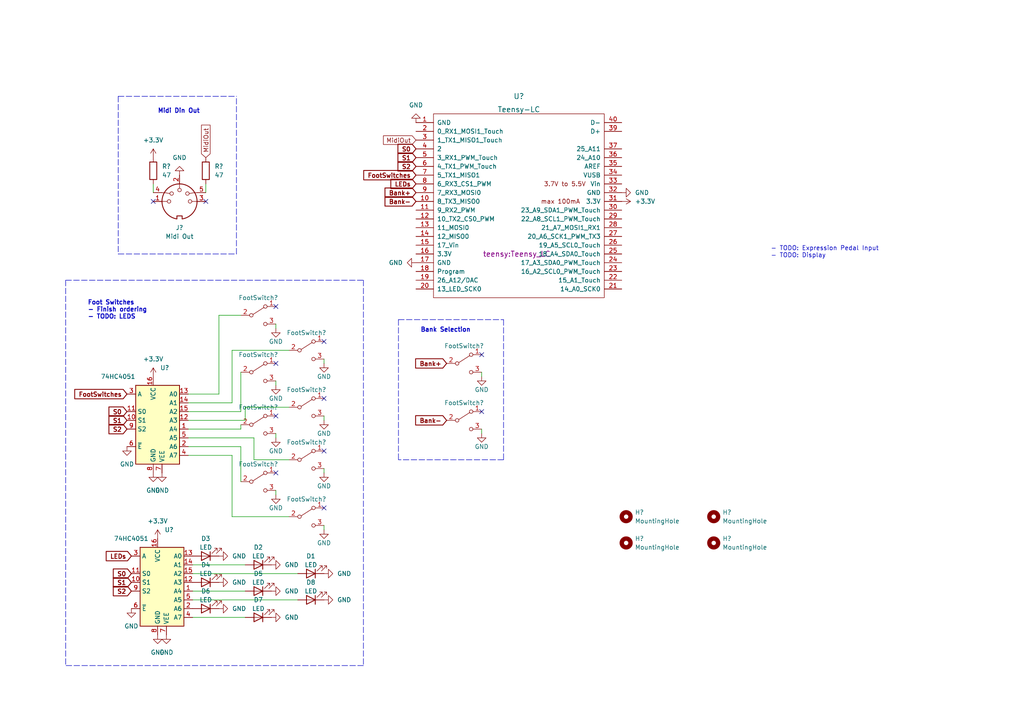
<source format=kicad_sch>
(kicad_sch (version 20211123) (generator eeschema)
  (paper "A4")
  (lib_symbols
    (symbol "74xx:74HC4051"
      (property "Reference" "U" (at -5.08 11.43 0))
      (property "Value" "74HC4051" (at -7.62 -13.97 0))
      (symbol "74HC4051_0_1"
        (rectangle (start -5.08 10.16) (end 7.62 -12.7) (stroke (width 0.254)) (fill (type background)))
      )
      (symbol "74HC4051_1_1"
        (pin passive line (at 10.16 -2.54 180) (length 2.54) (name "A4") (number "1"))
        (pin input line (at -7.62 0 0) (length 2.54) (name "S1") (number "10"))
        (pin input line (at -7.62 2.54 0) (length 2.54) (name "S0") (number "11"))
        (pin passive line (at 10.16 0 180) (length 2.54) (name "A3") (number "12"))
        (pin passive line (at 10.16 7.62 180) (length 2.54) (name "A0") (number "13"))
        (pin passive line (at 10.16 5.08 180) (length 2.54) (name "A1") (number "14"))
        (pin passive line (at 10.16 2.54 180) (length 2.54) (name "A2") (number "15"))
        (pin power_in line (at 0 12.7 270) (length 2.54) (name "VCC") (number "16"))
        (pin passive line (at 10.16 -7.62 180) (length 2.54) (name "A6") (number "2"))
        (pin passive line (at -7.62 7.62 0) (length 2.54) (name "A") (number "3"))
        (pin passive line (at 10.16 -10.16 180) (length 2.54) (name "A7") (number "4"))
        (pin passive line (at 10.16 -5.08 180) (length 2.54) (name "A5") (number "5"))
        (pin input line (at -7.62 -7.62 0) (length 2.54) (name "~{E}") (number "6"))
        (pin power_in line (at 2.54 -15.24 90) (length 2.54) (name "VEE") (number "7"))
        (pin power_in line (at 0 -15.24 90) (length 2.54) (name "GND") (number "8"))
        (pin input line (at -7.62 -2.54 0) (length 2.54) (name "S2") (number "9"))
      )
    )
    (symbol "Connector:DIN-5_180degree" (pin_names (offset 1.016))
      (property "Reference" "J" (at 3.175 5.715 0))
      (property "Value" "DIN-5_180degree" (at 0 -6.35 0))
      (symbol "DIN-5_180degree_0_1"
        (arc (start -5.08 0) (mid -3.8609 -3.3364) (end -0.762 -5.08) (stroke (width 0.254)))
        (circle (center -3.048 0) (radius 0.508))
        (circle (center -2.286 2.286) (radius 0.508))
        (polyline (pts (xy -5.08 0) (xy -3.556 0)))
        (polyline (pts (xy 0 5.08) (xy 0 3.81)))
        (polyline (pts (xy 5.08 0) (xy 3.556 0)))
        (polyline (pts (xy -5.08 2.54) (xy -4.318 2.54) (xy -2.794 2.286)))
        (polyline (pts (xy 5.08 2.54) (xy 4.318 2.54) (xy 2.794 2.286)))
        (polyline (pts (xy -0.762 -4.953) (xy -0.762 -4.191) (xy 0.762 -4.191) (xy 0.762 -4.953)) (stroke (width 0.254)))
        (circle (center 0 3.302) (radius 0.508))
        (arc (start 0.762 -5.08) (mid 3.8685 -3.343) (end 5.08 0) (stroke (width 0.254)))
        (circle (center 2.286 2.286) (radius 0.508))
        (circle (center 3.048 0) (radius 0.508))
        (arc (start 5.08 0) (mid 0 5.08) (end -5.08 0) (stroke (width 0.254)))
      )
      (symbol "DIN-5_180degree_1_1"
        (pin passive line (at -7.62 0 0) (length 2.54) (name "~") (number "1"))
        (pin passive line (at 0 7.62 270) (length 2.54) (name "~") (number "2"))
        (pin passive line (at 7.62 0 180) (length 2.54) (name "~") (number "3"))
        (pin passive line (at -7.62 2.54 0) (length 2.54) (name "~") (number "4"))
        (pin passive line (at 7.62 2.54 180) (length 2.54) (name "~") (number "5"))
      )
    )
    (symbol "Device:LED" (pin_numbers hide) (pin_names (offset 1.016) hide)
      (property "Reference" "D" (at 0 2.54 0))
      (property "Value" "LED" (at 0 -2.54 0))
      (symbol "LED_0_1"
        (polyline (pts (xy -1.27 -1.27) (xy -1.27 1.27)) (stroke (width 0.254)))
        (polyline (pts (xy -1.27 0) (xy 1.27 0)))
        (polyline (pts (xy 1.27 -1.27) (xy 1.27 1.27) (xy -1.27 0) (xy 1.27 -1.27)) (stroke (width 0.254)))
        (polyline (pts (xy -3.048 -0.762) (xy -4.572 -2.286) (xy -3.81 -2.286) (xy -4.572 -2.286) (xy -4.572 -1.524)))
        (polyline (pts (xy -1.778 -0.762) (xy -3.302 -2.286) (xy -2.54 -2.286) (xy -3.302 -2.286) (xy -3.302 -1.524)))
      )
      (symbol "LED_1_1"
        (pin passive line (at -3.81 0 0) (length 2.54) (name "K") (number "1"))
        (pin passive line (at 3.81 0 180) (length 2.54) (name "A") (number "2"))
      )
    )
    (symbol "Device:R" (pin_numbers hide) (pin_names (offset 0))
      (property "Reference" "R" (at 2.032 0 90))
      (property "Value" "R" (at 0 0 90))
      (symbol "R_0_1"
        (rectangle (start -1.016 -2.54) (end 1.016 2.54) (stroke (width 0.254)))
      )
      (symbol "R_1_1"
        (pin passive line (at 0 3.81 270) (length 1.27) (name "~") (number "1"))
        (pin passive line (at 0 -3.81 90) (length 1.27) (name "~") (number "2"))
      )
    )
    (symbol "Mechanical:MountingHole" (pin_names (offset 1.016))
      (property "Reference" "H" (at 0 5.08 0))
      (property "Value" "MountingHole" (at 0 3.175 0))
      (symbol "MountingHole_0_1"
        (circle (center 0 0) (radius 1.27) (stroke (width 1.27)))
      )
    )
    (symbol "Switch:SW_SPDT" (pin_names (offset 0) hide)
      (property "Reference" "SW" (at 0 4.318 0))
      (property "Value" "SW_SPDT" (at 0 -5.08 0))
      (symbol "SW_SPDT_0_0"
        (circle (center -2.032 0) (radius 0.508))
        (circle (center 2.032 -2.54) (radius 0.508))
      )
      (symbol "SW_SPDT_0_1"
        (polyline (pts (xy -1.524 0.254) (xy 1.651 2.286)))
        (circle (center 2.032 2.54) (radius 0.508))
      )
      (symbol "SW_SPDT_1_1"
        (pin passive line (at 5.08 2.54 180) (length 2.54) (name "A") (number "1"))
        (pin passive line (at -5.08 0 0) (length 2.54) (name "B") (number "2"))
        (pin passive line (at 5.08 -2.54 180) (length 2.54) (name "C") (number "3"))
      )
    )
    (symbol "power:+3.3V" (power) (pin_names (offset 0))
      (property "Value" "+3.3V" (at 0 3.556 0))
      (symbol "+3.3V_0_1"
        (polyline (pts (xy -0.762 1.27) (xy 0 2.54)))
        (polyline (pts (xy 0 0) (xy 0 2.54)))
        (polyline (pts (xy 0 2.54) (xy 0.762 1.27)))
      )
      (symbol "+3.3V_1_1"
        (pin power_in line (at 0 0 90) (length 0) hide (name "+3.3V") (number "1"))
      )
    )
    (symbol "power:GND" (power) (pin_names (offset 0))
      (property "Value" "GND" (at 0 -3.81 0))
      (symbol "GND_0_1"
        (polyline (pts (xy 0 0) (xy 0 -1.27) (xy 1.27 -1.27) (xy 0 -2.54) (xy -1.27 -1.27) (xy 0 -1.27)))
      )
      (symbol "GND_1_1"
        (pin power_in line (at 0 0 270) (length 0) hide (name "GND") (number "1"))
      )
    )
    (symbol "teensy:Teensy-LC" (pin_names (offset 1.016))
      (property "Reference" "U" (at 0 29.21 0))
      (property "Value" "Teensy-LC" (at 0 -29.21 0))
      (symbol "Teensy-LC_0_0"
        (text "3.7V to 5.5V" (at 13.97 6.35 0) (effects (font (size 1.27 1.27))))
        (text "max 100mA" (at 12.7 1.27 0) (effects (font (size 1.27 1.27))))
      )
      (symbol "Teensy-LC_0_1"
        (rectangle (start -24.13 26.67) (end 25.4 -26.67))
      )
      (symbol "Teensy-LC_1_1"
        (pin power_in line (at -29.21 24.13 0) (length 5.08) (name "GND") (number "1"))
        (pin bidirectional line (at -29.21 1.27 0) (length 5.08) (name "8_TX3_MISO0") (number "10"))
        (pin bidirectional line (at -29.21 -1.27 0) (length 5.08) (name "9_RX2_PWM") (number "11"))
        (pin bidirectional line (at -29.21 -3.81 0) (length 5.08) (name "10_TX2_CS0_PWM") (number "12"))
        (pin bidirectional line (at -29.21 -6.35 0) (length 5.08) (name "11_MOSI0") (number "13"))
        (pin bidirectional line (at -29.21 -8.89 0) (length 5.08) (name "12_MISO0") (number "14"))
        (pin output line (at -29.21 -11.43 0) (length 5.08) (name "17_Vin") (number "15"))
        (pin power_in line (at -29.21 -13.97 0) (length 5.08) (name "3.3V") (number "16"))
        (pin power_in line (at -29.21 -16.51 0) (length 5.08) (name "GND") (number "17"))
        (pin input line (at -29.21 -19.05 0) (length 5.08) (name "Program") (number "18"))
        (pin bidirectional line (at -29.21 -21.59 0) (length 5.08) (name "26_A12/DAC") (number "19"))
        (pin bidirectional line (at -29.21 21.59 0) (length 5.08) (name "0_RX1_MOSI1_Touch") (number "2"))
        (pin bidirectional line (at -29.21 -24.13 0) (length 5.08) (name "13_LED_SCK0") (number "20"))
        (pin bidirectional line (at 30.48 -24.13 180) (length 5.08) (name "14_A0_SCK0") (number "21"))
        (pin bidirectional line (at 30.48 -21.59 180) (length 5.08) (name "15_A1_Touch") (number "22"))
        (pin bidirectional line (at 30.48 -19.05 180) (length 5.08) (name "16_A2_SCL0_PWM_Touch") (number "23"))
        (pin bidirectional line (at 30.48 -16.51 180) (length 5.08) (name "17_A3_SDA0_PWM_Touch") (number "24"))
        (pin bidirectional line (at 30.48 -13.97 180) (length 5.08) (name "18_A4_SDA0_Touch") (number "25"))
        (pin bidirectional line (at 30.48 -11.43 180) (length 5.08) (name "19_A5_SCL0_Touch") (number "26"))
        (pin bidirectional line (at 30.48 -8.89 180) (length 5.08) (name "20_A6_SCK1_PWM_TX3") (number "27"))
        (pin bidirectional line (at 30.48 -6.35 180) (length 5.08) (name "21_A7_MOSI1_RX1") (number "28"))
        (pin bidirectional line (at 30.48 -3.81 180) (length 5.08) (name "22_A8_SCL1_PWM_Touch") (number "29"))
        (pin bidirectional line (at -29.21 19.05 0) (length 5.08) (name "1_TX1_MISO1_Touch") (number "3"))
        (pin bidirectional line (at 30.48 -1.27 180) (length 5.08) (name "23_A9_SDA1_PWM_Touch") (number "30"))
        (pin power_out line (at 30.48 1.27 180) (length 5.08) (name "3.3V") (number "31"))
        (pin power_in line (at 30.48 3.81 180) (length 5.08) (name "GND") (number "32"))
        (pin power_in line (at 30.48 6.35 180) (length 5.08) (name "Vin") (number "33"))
        (pin power_in line (at 30.48 8.89 180) (length 5.08) (name "VUSB") (number "34"))
        (pin input line (at 30.48 11.43 180) (length 5.08) (name "AREF") (number "35"))
        (pin bidirectional line (at 30.48 13.97 180) (length 5.08) (name "24_A10") (number "36"))
        (pin bidirectional line (at 30.48 16.51 180) (length 5.08) (name "25_A11") (number "37"))
        (pin bidirectional line (at 30.48 21.59 180) (length 5.08) (name "D+") (number "39"))
        (pin bidirectional line (at -29.21 16.51 0) (length 5.08) (name "2") (number "4"))
        (pin bidirectional line (at 30.48 24.13 180) (length 5.08) (name "D-") (number "40"))
        (pin bidirectional line (at -29.21 13.97 0) (length 5.08) (name "3_RX1_PWM_Touch") (number "5"))
        (pin bidirectional line (at -29.21 11.43 0) (length 5.08) (name "4_TX1_PWM_Touch") (number "6"))
        (pin bidirectional line (at -29.21 8.89 0) (length 5.08) (name "5_TX1_MISO1") (number "7"))
        (pin bidirectional line (at -29.21 6.35 0) (length 5.08) (name "6_RX3_CS1_PWM") (number "8"))
        (pin bidirectional line (at -29.21 3.81 0) (length 5.08) (name "7_RX3_MOSI0") (number "9"))
      )
    )
  )
  (no_connect (at 93.98 130.81))
  (no_connect (at 93.98 115.57))
  (no_connect (at 80.01 137.16))
  (no_connect (at 93.98 99.06))
  (no_connect (at 80.01 88.9))
  (no_connect (at 80.01 120.65))
  (no_connect (at 80.01 105.41))
  (no_connect (at 139.7 102.87))
  (no_connect (at 44.45 58.42))
  (no_connect (at 139.7 119.38))
  (no_connect (at 59.69 58.42))
  (no_connect (at 93.98 147.32))
  (wire (pts (xy 69.85 129.54) (xy 69.85 139.7)))
  (wire (pts (xy 93.98 135.89) (xy 93.98 137.16)))
  (wire (pts (xy 54.61 132.08) (xy 67.31 132.08)))
  (wire (pts (xy 93.98 120.65) (xy 93.98 121.92)))
  (wire (pts (xy 93.98 152.4) (xy 93.98 153.67)))
  (wire (pts (xy 71.12 121.92) (xy 71.12 118.11)))
  (wire (pts (xy 55.88 171.45) (xy 71.12 171.45)))
  (wire (pts (xy 55.88 166.37) (xy 86.36 166.37)))
  (wire (pts (xy 69.85 124.46) (xy 69.85 123.19)))
  (polyline (pts (xy 34.29 73.66) (xy 68.58 73.66)))
  (wire (pts (xy 80.01 93.98) (xy 80.01 95.25)))
  (polyline (pts (xy 105.41 81.28) (xy 105.41 193.04)))
  (polyline (pts (xy 19.05 81.28) (xy 19.05 193.04)))
  (wire (pts (xy 139.7 107.95) (xy 139.7 109.22)))
  (polyline (pts (xy 146.05 92.71) (xy 146.05 133.35)))
  (polyline (pts (xy 105.41 193.04) (xy 19.05 193.04)))
  (wire (pts (xy 80.01 142.24) (xy 80.01 143.51)))
  (wire (pts (xy 71.12 118.11) (xy 83.82 118.11)))
  (wire (pts (xy 67.31 116.84) (xy 67.31 101.6)))
  (polyline (pts (xy 68.58 73.66) (xy 68.58 27.94)))
  (wire (pts (xy 67.31 149.86) (xy 83.82 149.86)))
  (wire (pts (xy 55.88 179.07) (xy 71.12 179.07)))
  (wire (pts (xy 54.61 121.92) (xy 71.12 121.92)))
  (wire (pts (xy 93.98 104.14) (xy 93.98 105.41)))
  (wire (pts (xy 54.61 114.3) (xy 63.5 114.3)))
  (wire (pts (xy 73.66 133.35) (xy 83.82 133.35)))
  (wire (pts (xy 54.61 124.46) (xy 69.85 124.46)))
  (polyline (pts (xy 34.29 27.94) (xy 34.29 73.66)))
  (wire (pts (xy 55.88 173.99) (xy 86.36 173.99)))
  (polyline (pts (xy 19.05 81.28) (xy 105.41 81.28)))
  (polyline (pts (xy 115.57 92.71) (xy 115.57 133.35)))
  (wire (pts (xy 54.61 127) (xy 73.66 127)))
  (polyline (pts (xy 34.29 27.94) (xy 68.58 27.94)))
  (wire (pts (xy 73.66 127) (xy 73.66 133.35)))
  (wire (pts (xy 59.69 53.34) (xy 59.69 55.88)))
  (wire (pts (xy 67.31 101.6) (xy 83.82 101.6)))
  (wire (pts (xy 139.7 124.46) (xy 139.7 125.73)))
  (wire (pts (xy 63.5 114.3) (xy 63.5 91.44)))
  (wire (pts (xy 67.31 132.08) (xy 67.31 149.86)))
  (wire (pts (xy 54.61 129.54) (xy 69.85 129.54)))
  (wire (pts (xy 69.85 119.38) (xy 69.85 107.95)))
  (wire (pts (xy 63.5 91.44) (xy 69.85 91.44)))
  (wire (pts (xy 80.01 125.73) (xy 80.01 127)))
  (polyline (pts (xy 115.57 92.71) (xy 146.05 92.71)))
  (polyline (pts (xy 146.05 133.35) (xy 115.57 133.35)))
  (wire (pts (xy 55.88 163.83) (xy 71.12 163.83)))
  (wire (pts (xy 54.61 116.84) (xy 67.31 116.84)))
  (wire (pts (xy 80.01 110.49) (xy 80.01 111.76)))
  (wire (pts (xy 44.45 53.34) (xy 44.45 55.88)))
  (wire (pts (xy 54.61 119.38) (xy 69.85 119.38)))
  (text "Foot Switches\n- Finish ordering\n- TODO: LEDS" (at 25.4 92.71 0) (effects (font (size 1.27 1.27) (thickness 0.254) bold) (justify left bottom)))
  (text "- TODO: Expression Pedal Input\n- TODO: Display" (at 223.52 74.93 0) (effects (font (size 1.27 1.27)) (justify left bottom)))
  (text "Bank Selection" (at 121.92 96.52 0) (effects (font (size 1.27 1.27) (thickness 0.254) bold) (justify left bottom)))
  (text "Midi Din Out" (at 45.72 33.02 0) (effects (font (size 1.27 1.27) (thickness 0.254) bold) (justify left bottom)))
  (global_label "S1" (shape input) (at 120.65 45.72 180) (effects (font bold)) (property "Intersheet References" "${INTERSHEET_REFS}" (effects hide)))
  (global_label "LEDs" (shape input) (at 120.65 53.34 180) (effects (font bold)) (property "Intersheet References" "${INTERSHEET_REFS}" (effects hide)))
  (global_label "S0" (shape input) (at 36.83 119.38 180) (effects (font bold)) (property "Intersheet References" "${INTERSHEET_REFS}" (effects hide)))
  (global_label "S2" (shape input) (at 38.1 171.45 180) (effects (font bold)) (property "Intersheet References" "${INTERSHEET_REFS}" (effects hide)))
  (global_label "FootSwitches" (shape input) (at 36.83 114.3 180) (effects (font bold)) (property "Intersheet References" "${INTERSHEET_REFS}" (effects hide)))
  (global_label "Bank+" (shape input) (at 129.54 105.41 180) (effects (font bold)) (property "Intersheet References" "${INTERSHEET_REFS}" (effects hide)))
  (global_label "S2" (shape input) (at 36.83 124.46 180) (effects (font bold)) (property "Intersheet References" "${INTERSHEET_REFS}" (effects hide)))
  (global_label "S0" (shape input) (at 120.65 43.18 180) (effects (font bold)) (property "Intersheet References" "${INTERSHEET_REFS}" (effects hide)))
  (global_label "S1" (shape input) (at 38.1 168.91 180) (effects (font bold)) (property "Intersheet References" "${INTERSHEET_REFS}" (effects hide)))
  (global_label "FootSwitches" (shape input) (at 120.65 50.8 180) (effects (font bold)) (property "Intersheet References" "${INTERSHEET_REFS}" (effects hide)))
  (global_label "S0" (shape input) (at 38.1 166.37 180) (effects (font bold)) (property "Intersheet References" "${INTERSHEET_REFS}" (effects hide)))
  (global_label "Bank-" (shape input) (at 129.54 121.92 180) (effects (font bold)) (property "Intersheet References" "${INTERSHEET_REFS}" (effects hide)))
  (global_label "MidiOut" (shape input) (at 120.65 40.64 180) (property "Intersheet References" "${INTERSHEET_REFS}" (effects hide)))
  (global_label "S1" (shape input) (at 36.83 121.92 180) (effects (font bold)) (property "Intersheet References" "${INTERSHEET_REFS}" (effects hide)))
  (global_label "LEDs" (shape input) (at 38.1 161.29 180) (effects (font bold)) (property "Intersheet References" "${INTERSHEET_REFS}" (effects hide)))
  (global_label "S2" (shape input) (at 120.65 48.26 180) (effects (font bold)) (property "Intersheet References" "${INTERSHEET_REFS}" (effects hide)))
  (global_label "Bank+" (shape input) (at 120.65 55.88 180) (effects (font bold)) (property "Intersheet References" "${INTERSHEET_REFS}" (effects hide)))
  (global_label "Bank-" (shape input) (at 120.65 58.42 180) (effects (font bold)) (property "Intersheet References" "${INTERSHEET_REFS}" (effects hide)))
  (global_label "MidiOut" (shape input) (at 59.69 45.72 90) (property "Intersheet References" "${INTERSHEET_REFS}" (effects hide)))
  (symbol (lib_id "power:GND") (at 36.83 129.54 0) (unit 1)
    (property "Reference" "#PWR?" (effects hide))
    (property "Value" "GND" (at 36.83 134.62 0))
  )
  (symbol (lib_id "power:GND") (at 78.74 163.83 90) (unit 1)
    (property "Reference" "#PWR?" (effects hide))
    (property "Value" "GND" (at 82.55 163.8299 90) (effects (justify right)))
  )
  (symbol (lib_id "power:GND") (at 93.98 173.99 90) (unit 1)
    (property "Reference" "#PWR?" (effects hide))
    (property "Value" "GND" (at 97.79 173.9899 90) (effects (justify right)))
  )
  (symbol (lib_id "74xx:74HC4051") (at 45.72 168.91 0) (unit 1)
    (property "Reference" "U?" (at 47.7394 153.67 0) (effects (justify left)))
    (property "Value" "74HC4051" (at 33.02 156.21 0) (effects (justify left)))
    (property "Datasheet" "http://www.ti.com/lit/ds/symlink/cd74hc4051.pdf" (effects hide))
  )
  (symbol (lib_id "Device:LED") (at 90.17 166.37 180) (unit 1)
    (property "Reference" "D1" (at 90.17 161.29 0))
    (property "Value" "LED" (at 90.17 163.83 0))
  )
  (symbol (lib_id "power:GND") (at 93.98 166.37 90) (unit 1)
    (property "Reference" "#PWR?" (effects hide))
    (property "Value" "GND" (at 97.79 166.3699 90) (effects (justify right)))
  )
  (symbol (lib_id "Device:LED") (at 74.93 179.07 180) (unit 1)
    (property "Reference" "D7" (at 74.93 173.99 0))
    (property "Value" "LED" (at 74.93 176.53 0))
  )
  (symbol (lib_id "power:GND") (at 38.1 176.53 0) (unit 1)
    (property "Reference" "#PWR?" (effects hide))
    (property "Value" "GND" (at 38.1 181.61 0))
  )
  (symbol (lib_id "power:GND") (at 120.65 35.56 180) (unit 1)
    (property "Reference" "#PWR?" (effects hide))
    (property "Value" "GND" (at 120.65 30.48 0))
  )
  (symbol (lib_id "Device:LED") (at 74.93 163.83 180) (unit 1)
    (property "Reference" "D2" (at 74.93 158.75 0))
    (property "Value" "LED" (at 74.93 161.29 0))
  )
  (symbol (lib_id "Switch:SW_SPDT") (at 88.9 101.6 0) (unit 1)
    (property "Reference" "FootSwitch?" (at 88.9 96.52 0))
    (property "Value" "FS5700SPMT2B2M1QEH" (effects hide))
    (property "Footprint" "Switch:Switch_Foot_SPDT_Momentary_Eswitch_FS5700SPMT2B2M1QEH" (effects hide))
    (property "Datasheet" "https://sten-eswitch-13110800-production.s3.amazonaws.com/system/asset/product_line/data_sheet/226/FS5700.pdf" (effects hide))
  )
  (symbol (lib_id "power:GND") (at 80.01 127 0) (unit 1)
    (property "Reference" "#PWR?" (effects hide))
    (property "Value" "GND" (at 80.01 130.81 0))
  )
  (symbol (lib_id "Device:LED") (at 90.17 173.99 180) (unit 1)
    (property "Reference" "D8" (at 90.17 168.91 0))
    (property "Value" "LED" (at 90.17 171.45 0))
  )
  (symbol (lib_id "power:GND") (at 45.72 184.15 0) (unit 1)
    (property "Reference" "#PWR?" (effects hide))
    (property "Value" "GND" (at 45.72 189.23 0))
  )
  (symbol (lib_id "power:GND") (at 46.99 137.16 0) (unit 1)
    (property "Reference" "#PWR?" (effects hide))
    (property "Value" "GND" (at 46.99 142.24 0))
  )
  (symbol (lib_id "power:GND") (at 93.98 153.67 0) (unit 1)
    (property "Reference" "#PWR?" (effects hide))
    (property "Value" "GND" (at 93.98 157.48 0))
  )
  (symbol (lib_id "Switch:SW_SPDT") (at 88.9 149.86 0) (unit 1)
    (property "Reference" "FootSwitch?" (at 88.9 144.78 0))
    (property "Value" "FS5700SPMT2B2M1QEH" (effects hide))
    (property "Footprint" "Switch:Switch_Foot_SPDT_Momentary_Eswitch_FS5700SPMT2B2M1QEH" (effects hide))
    (property "Datasheet" "https://sten-eswitch-13110800-production.s3.amazonaws.com/system/asset/product_line/data_sheet/226/FS5700.pdf" (effects hide))
  )
  (symbol (lib_id "Device:LED") (at 59.69 176.53 180) (unit 1)
    (property "Reference" "D6" (at 59.69 171.45 0))
    (property "Value" "LED" (at 59.69 173.99 0))
  )
  (symbol (lib_id "Device:R") (at 59.69 49.53 180) (unit 1)
    (property "Reference" "R?" (at 62.23 48.2599 0) (effects (justify right)))
    (property "Value" "47" (at 62.23 50.7999 0) (effects (justify right)))
  )
  (symbol (lib_id "power:+3.3V") (at 44.45 45.72 0) (unit 1)
    (property "Reference" "#PWR?" (effects hide))
    (property "Value" "+3.3V" (at 44.45 40.64 0))
  )
  (symbol (lib_id "power:GND") (at 78.74 179.07 90) (unit 1)
    (property "Reference" "#PWR?" (effects hide))
    (property "Value" "GND" (at 82.55 179.0699 90) (effects (justify right)))
  )
  (symbol (lib_id "power:GND") (at 63.5 176.53 90) (unit 1)
    (property "Reference" "#PWR?" (effects hide))
    (property "Value" "GND" (at 67.31 176.5299 90) (effects (justify right)))
  )
  (symbol (lib_id "Mechanical:MountingHole") (at 207.01 157.48 0) (unit 1)
    (property "Reference" "H?" (at 209.55 156.2099 0) (effects (justify left)))
    (property "Value" "MountingHole" (at 209.55 158.7499 0) (effects (justify left)))
    (property "Footprint" "MountingHole:MountingHole_3.2mm_M3" (effects hide))
  )
  (symbol (lib_id "power:GND") (at 80.01 111.76 0) (unit 1)
    (property "Reference" "#PWR?" (effects hide))
    (property "Value" "GND" (at 80.01 115.57 0))
  )
  (symbol (lib_id "power:GND") (at 80.01 143.51 0) (unit 1)
    (property "Reference" "#PWR?" (effects hide))
    (property "Value" "GND" (at 80.01 147.32 0))
  )
  (symbol (lib_id "power:GND") (at 93.98 137.16 0) (unit 1)
    (property "Reference" "#PWR?" (effects hide))
    (property "Value" "GND" (at 93.98 140.97 0))
  )
  (symbol (lib_id "power:+3.3V") (at 45.72 156.21 0) (unit 1)
    (property "Reference" "#PWR?" (effects hide))
    (property "Value" "+3.3V" (at 45.72 151.13 0))
  )
  (symbol (lib_id "power:GND") (at 139.7 125.73 0) (unit 1)
    (property "Reference" "#PWR?" (effects hide))
    (property "Value" "GND" (at 139.7 129.54 0))
  )
  (symbol (lib_id "power:GND") (at 93.98 121.92 0) (unit 1)
    (property "Reference" "#PWR?" (effects hide))
    (property "Value" "GND" (at 93.98 125.73 0))
  )
  (symbol (lib_id "power:GND") (at 63.5 161.29 90) (unit 1)
    (property "Reference" "#PWR?" (effects hide))
    (property "Value" "GND" (at 67.31 161.2899 90) (effects (justify right)))
  )
  (symbol (lib_id "Switch:SW_SPDT") (at 134.62 121.92 0) (unit 1)
    (property "Reference" "FootSwitch?" (at 134.62 116.84 0))
    (property "Value" "FS5700SPMT2B2M1QEH" (effects hide))
    (property "Footprint" "Switch:Switch_Foot_SPDT_Momentary_Eswitch_FS5700SPMT2B2M1QEH" (effects hide))
    (property "Datasheet" "https://sten-eswitch-13110800-production.s3.amazonaws.com/system/asset/product_line/data_sheet/226/FS5700.pdf" (effects hide))
  )
  (symbol (lib_id "power:GND") (at 63.5 168.91 90) (unit 1)
    (property "Reference" "#PWR?" (effects hide))
    (property "Value" "GND" (at 67.31 168.9099 90) (effects (justify right)))
  )
  (symbol (lib_id "Connector:DIN-5_180degree") (at 52.07 58.42 0) (unit 1)
    (property "Reference" "J?" (at 52.0701 66.04 0))
    (property "Value" "Midi Out" (at 52.0701 68.58 0))
    (property "Datasheet" "http://www.mouser.com/ds/2/18/40_c091_abd_e-75918.pdf" (effects hide))
  )
  (symbol (lib_id "Mechanical:MountingHole") (at 181.61 157.48 0) (unit 1)
    (property "Reference" "H?" (at 184.15 156.2099 0) (effects (justify left)))
    (property "Value" "MountingHole" (at 184.15 158.7499 0) (effects (justify left)))
    (property "Footprint" "MountingHole:MountingHole_3.2mm_M3" (effects hide))
  )
  (symbol (lib_id "power:GND") (at 139.7 109.22 0) (unit 1)
    (property "Reference" "#PWR?" (effects hide))
    (property "Value" "GND" (at 139.7 113.03 0))
  )
  (symbol (lib_id "Switch:SW_SPDT") (at 88.9 118.11 0) (unit 1)
    (property "Reference" "FootSwitch?" (at 88.9 113.03 0))
    (property "Value" "FS5700SPMT2B2M1QEH" (effects hide))
    (property "Footprint" "Switch:Switch_Foot_SPDT_Momentary_Eswitch_FS5700SPMT2B2M1QEH" (effects hide))
    (property "Datasheet" "https://sten-eswitch-13110800-production.s3.amazonaws.com/system/asset/product_line/data_sheet/226/FS5700.pdf" (effects hide))
  )
  (symbol (lib_id "power:GND") (at 80.01 95.25 0) (unit 1)
    (property "Reference" "#PWR?" (effects hide))
    (property "Value" "GND" (at 80.01 99.06 0))
  )
  (symbol (lib_id "Switch:SW_SPDT") (at 74.93 107.95 0) (unit 1)
    (property "Reference" "FootSwitch?" (at 74.93 102.87 0))
    (property "Value" "FS5700SPMT2B2M1QEH" (effects hide))
    (property "Footprint" "Switch:Switch_Foot_SPDT_Momentary_Eswitch_FS5700SPMT2B2M1QEH" (effects hide))
    (property "Datasheet" "https://sten-eswitch-13110800-production.s3.amazonaws.com/system/asset/product_line/data_sheet/226/FS5700.pdf" (effects hide))
  )
  (symbol (lib_id "power:GND") (at 52.07 50.8 180) (unit 1)
    (property "Reference" "#PWR?" (effects hide))
    (property "Value" "GND" (at 52.07 45.72 0))
  )
  (symbol (lib_id "power:+3.3V") (at 180.34 58.42 270) (unit 1)
    (property "Reference" "#PWR?" (effects hide))
    (property "Value" "+3.3V" (at 184.15 58.4199 90) (effects (justify left)))
  )
  (symbol (lib_id "power:GND") (at 44.45 137.16 0) (unit 1)
    (property "Reference" "#PWR?" (effects hide))
    (property "Value" "GND" (at 44.45 142.24 0))
  )
  (symbol (lib_id "Device:LED") (at 59.69 161.29 180) (unit 1)
    (property "Reference" "D3" (at 59.69 156.21 0))
    (property "Value" "LED" (at 59.69 158.75 0))
  )
  (symbol (lib_id "Device:LED") (at 74.93 171.45 180) (unit 1)
    (property "Reference" "D5" (at 74.93 166.37 0))
    (property "Value" "LED" (at 74.93 168.91 0))
  )
  (symbol (lib_id "Mechanical:MountingHole") (at 181.61 149.86 0) (unit 1)
    (property "Reference" "H?" (at 184.15 148.5899 0) (effects (justify left)))
    (property "Value" "MountingHole" (at 184.15 151.1299 0) (effects (justify left)))
    (property "Footprint" "MountingHole:MountingHole_3.2mm_M3" (effects hide))
  )
  (symbol (lib_id "power:GND") (at 93.98 105.41 0) (unit 1)
    (property "Reference" "#PWR?" (effects hide))
    (property "Value" "GND" (at 93.98 109.22 0))
  )
  (symbol (lib_id "Switch:SW_SPDT") (at 74.93 139.7 0) (unit 1)
    (property "Reference" "FootSwitch?" (at 74.93 134.62 0))
    (property "Value" "FS5700SPMT2B2M1QEH" (effects hide))
    (property "Footprint" "Switch:Switch_Foot_SPDT_Momentary_Eswitch_FS5700SPMT2B2M1QEH" (effects hide))
    (property "Datasheet" "https://sten-eswitch-13110800-production.s3.amazonaws.com/system/asset/product_line/data_sheet/226/FS5700.pdf" (effects hide))
  )
  (symbol (lib_id "Device:LED") (at 59.69 168.91 180) (unit 1)
    (property "Reference" "D4" (at 59.69 163.83 0))
    (property "Value" "LED" (at 59.69 166.37 0))
  )
  (symbol (lib_id "power:+3.3V") (at 44.45 109.22 0) (unit 1)
    (property "Reference" "#PWR?" (effects hide))
    (property "Value" "+3.3V" (at 44.45 104.14 0))
  )
  (symbol (lib_id "Switch:SW_SPDT") (at 134.62 105.41 0) (unit 1)
    (property "Reference" "FootSwitch?" (at 134.62 100.33 0))
    (property "Value" "FS5700SPMT2B2M1QEH" (effects hide))
    (property "Footprint" "Switch:Switch_Foot_SPDT_Momentary_Eswitch_FS5700SPMT2B2M1QEH" (effects hide))
    (property "Datasheet" "https://sten-eswitch-13110800-production.s3.amazonaws.com/system/asset/product_line/data_sheet/226/FS5700.pdf" (effects hide))
  )
  (symbol (lib_id "Device:R") (at 44.45 49.53 180) (unit 1)
    (property "Reference" "R?" (at 46.99 48.2599 0) (effects (justify right)))
    (property "Value" "47" (at 46.99 50.7999 0) (effects (justify right)))
  )
  (symbol (lib_id "Switch:SW_SPDT") (at 74.93 91.44 0) (unit 1)
    (property "Reference" "FootSwitch?" (at 74.93 86.36 0))
    (property "Value" "FS5700SPMT2B2M1QEH" (effects hide))
    (property "Footprint" "Switch:Switch_Foot_SPDT_Momentary_Eswitch_FS5700SPMT2B2M1QEH" (effects hide))
    (property "Datasheet" "https://sten-eswitch-13110800-production.s3.amazonaws.com/system/asset/product_line/data_sheet/226/FS5700.pdf" (effects hide))
  )
  (symbol (lib_id "Switch:SW_SPDT") (at 88.9 133.35 0) (unit 1)
    (property "Reference" "FootSwitch?" (at 88.9 128.27 0))
    (property "Value" "FS5700SPMT2B2M1QEH" (effects hide))
    (property "Footprint" "Switch:Switch_Foot_SPDT_Momentary_Eswitch_FS5700SPMT2B2M1QEH" (effects hide))
    (property "Datasheet" "https://sten-eswitch-13110800-production.s3.amazonaws.com/system/asset/product_line/data_sheet/226/FS5700.pdf" (effects hide))
  )
  (symbol (lib_id "Switch:SW_SPDT") (at 74.93 123.19 0) (unit 1)
    (property "Reference" "FootSwitch?" (at 74.93 118.11 0))
    (property "Value" "FS5700SPMT2B2M1QEH" (effects hide))
    (property "Footprint" "Switch:Switch_Foot_SPDT_Momentary_Eswitch_FS5700SPMT2B2M1QEH" (effects hide))
    (property "Datasheet" "https://sten-eswitch-13110800-production.s3.amazonaws.com/system/asset/product_line/data_sheet/226/FS5700.pdf" (effects hide))
  )
  (symbol (lib_id "power:GND") (at 48.26 184.15 0) (unit 1)
    (property "Reference" "#PWR?" (effects hide))
    (property "Value" "GND" (at 48.26 189.23 0))
  )
  (symbol (lib_id "74xx:74HC4051") (at 44.45 121.92 0) (unit 1)
    (property "Reference" "U?" (at 46.4694 106.68 0) (effects (justify left)))
    (property "Value" "74HC4051" (at 29.21 109.22 0) (effects (justify left)))
    (property "Datasheet" "http://www.ti.com/lit/ds/symlink/cd74hc4051.pdf" (effects hide))
  )
  (symbol (lib_id "power:GND") (at 120.65 76.2 270) (unit 1)
    (property "Reference" "#PWR?" (effects hide))
    (property "Value" "GND" (at 116.84 76.1999 90) (effects (justify right)))
  )
  (symbol (lib_id "power:GND") (at 180.34 55.88 90) (unit 1)
    (property "Reference" "#PWR?" (effects hide))
    (property "Value" "GND" (at 184.15 55.8799 90) (effects (justify right)))
  )
  (symbol (lib_id "Mechanical:MountingHole") (at 207.01 149.86 0) (unit 1)
    (property "Reference" "H?" (at 209.55 148.5899 0) (effects (justify left)))
    (property "Value" "MountingHole" (at 209.55 151.1299 0) (effects (justify left)))
    (property "Footprint" "MountingHole:MountingHole_3.2mm_M3" (effects hide))
  )
  (symbol (lib_id "power:GND") (at 78.74 171.45 90) (unit 1)
    (property "Reference" "#PWR?" (effects hide))
    (property "Value" "GND" (at 82.55 171.4499 90) (effects (justify right)))
  )
  (symbol (lib_id "teensy:Teensy-LC") (at 149.86 59.69 0) (unit 1)
    (property "Reference" "U?" (at 150.495 27.94 0) (effects (font (size 1.524 1.524))))
    (property "Value" "Teensy-LC" (at 150.495 31.75 0) (effects (font (size 1.524 1.524))))
    (property "Footprint" "teensy:Teensy_LC" (at 149.86 73.66 0) (effects (font (size 1.524 1.524))))
  )
)
</source>
